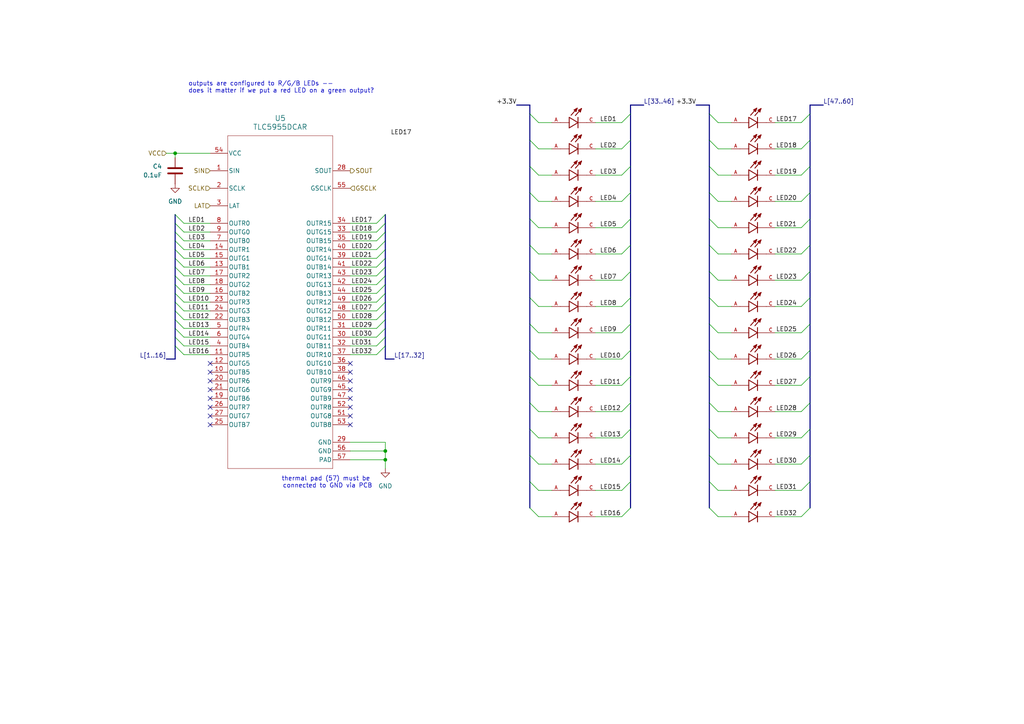
<source format=kicad_sch>
(kicad_sch (version 20231120) (generator "eeschema") (generator_version "8.0")
  (paper "A4")
  (lib_symbols
    (symbol "Device:C" (pin_numbers hide) (pin_names (offset 0.254))
      (property "Reference" "C" (at 0.635 2.54 0))
      (property "Value" "C" (at 0.635 -2.54 0))
      (symbol "C_0_1"
        (polyline (pts (xy -2.032 -0.762) (xy 2.032 -0.762)) (stroke (width 0.508)))
        (polyline (pts (xy -2.032 0.762) (xy 2.032 0.762)) (stroke (width 0.508)))
      )
      (symbol "C_1_1"
        (pin passive line (at 0 3.81 270) (length 2.794) (name "~") (number "1"))
        (pin passive line (at 0 -3.81 90) (length 2.794) (name "~") (number "2"))
      )
    )
    (symbol "LED 0603:LTST-C191KFKT" (pin_names (offset 1.016))
      (property "Reference" "D" (at -3.556 4.4958 0))
      (property "Value" "LTST-C191KFKT" (at -3.556 -3.302 0))
      (symbol "LTST-C191KFKT_0_0"
        (polyline (pts (xy -2.54 -1.524) (xy 0 0)) (stroke (width 0.254)))
        (polyline (pts (xy -2.54 0) (xy -5.08 0)) (stroke (width 0.1524)))
        (polyline (pts (xy -2.54 0) (xy -2.54 -1.524)) (stroke (width 0.254)))
        (polyline (pts (xy -2.54 1.524) (xy -2.54 0)) (stroke (width 0.254)))
        (polyline (pts (xy -1.1176 3.683) (xy -0.2286 4.1656)) (stroke (width 0.254)))
        (polyline (pts (xy -0.9398 3.6068) (xy -0.7112 3.7592)) (stroke (width 0.254)))
        (polyline (pts (xy -0.5588 3.2004) (xy -1.1176 3.683)) (stroke (width 0.254)))
        (polyline (pts (xy -0.5588 3.2004) (xy -0.5334 3.937)) (stroke (width 0.254)))
        (polyline (pts (xy -0.5334 3.937) (xy -0.6604 3.937)) (stroke (width 0.254)))
        (polyline (pts (xy -0.2286 4.1656) (xy -2.0066 2.1336)) (stroke (width 0.254)))
        (polyline (pts (xy -0.2286 4.1656) (xy -0.5588 3.2004)) (stroke (width 0.254)))
        (polyline (pts (xy 0 0) (xy -2.54 1.524)) (stroke (width 0.254)))
        (polyline (pts (xy 0 0) (xy 0 -1.524)) (stroke (width 0.254)))
        (polyline (pts (xy 0 1.524) (xy 0 0)) (stroke (width 0.254)))
        (polyline (pts (xy 0.127 3.5814) (xy 1.016 4.064)) (stroke (width 0.254)))
        (polyline (pts (xy 0.3048 3.5052) (xy 0.5334 3.6576)) (stroke (width 0.254)))
        (polyline (pts (xy 0.6858 3.0988) (xy 0.127 3.5814)) (stroke (width 0.254)))
        (polyline (pts (xy 0.6858 3.0988) (xy 0.7112 3.8354)) (stroke (width 0.254)))
        (polyline (pts (xy 0.7112 3.8354) (xy 0.5842 3.8354)) (stroke (width 0.254)))
        (polyline (pts (xy 1.016 4.064) (xy -0.762 2.032)) (stroke (width 0.254)))
        (polyline (pts (xy 1.016 4.064) (xy 0.6858 3.0988)) (stroke (width 0.254)))
        (polyline (pts (xy 2.54 0) (xy 0 0)) (stroke (width 0.1524)))
        (pin passive line (at -7.62 0 0) (length 2.54) (name "~") (number "A"))
        (pin passive line (at 5.08 0 180) (length 2.54) (name "~") (number "C"))
      )
    )
    (symbol "TLC5955:TLC5955DCAR" (pin_names (offset 0.254))
      (property "Reference" "U" (at 0 2.54 0))
      (property "Value" "TLC5955DCAR" (at 0 0 0))
      (symbol "TLC5955DCAR_0_1"
        (polyline (pts (xy -15.24 -48.26) (xy 15.24 -48.26)) (stroke (width 0.1016)))
        (polyline (pts (xy -15.24 48.26) (xy -15.24 -48.26)) (stroke (width 0.1016)))
        (polyline (pts (xy 15.24 -48.26) (xy 15.24 48.26)) (stroke (width 0.1016)))
        (polyline (pts (xy 15.24 48.26) (xy -15.24 48.26)) (stroke (width 0.1016)))
        (pin input line (at -20.32 38.1 0) (length 5.08) (name "SIN") (number "1"))
        (pin output line (at -20.32 -20.32 0) (length 5.08) (name "OUTB5") (number "10"))
        (pin output line (at -20.32 -15.24 0) (length 5.08) (name "OUTR5") (number "11"))
        (pin output line (at -20.32 -17.78 0) (length 5.08) (name "OUTG5") (number "12"))
        (pin output line (at -20.32 10.16 0) (length 5.08) (name "OUTB1") (number "13"))
        (pin output line (at -20.32 15.24 0) (length 5.08) (name "OUTR1") (number "14"))
        (pin output line (at -20.32 12.7 0) (length 5.08) (name "OUTG1") (number "15"))
        (pin output line (at -20.32 2.54 0) (length 5.08) (name "OUTB2") (number "16"))
        (pin output line (at -20.32 7.62 0) (length 5.08) (name "OUTR2") (number "17"))
        (pin output line (at -20.32 5.08 0) (length 5.08) (name "OUTG2") (number "18"))
        (pin output line (at -20.32 -27.94 0) (length 5.08) (name "OUTB6") (number "19"))
        (pin input line (at -20.32 33.02 0) (length 5.08) (name "SCLK") (number "2"))
        (pin output line (at -20.32 -22.86 0) (length 5.08) (name "OUTR6") (number "20"))
        (pin output line (at -20.32 -25.4 0) (length 5.08) (name "OUTG6") (number "21"))
        (pin output line (at -20.32 -5.08 0) (length 5.08) (name "OUTB3") (number "22"))
        (pin output line (at -20.32 0 0) (length 5.08) (name "OUTR3") (number "23"))
        (pin output line (at -20.32 -2.54 0) (length 5.08) (name "OUTG3") (number "24"))
        (pin output line (at -20.32 -35.56 0) (length 5.08) (name "OUTB7") (number "25"))
        (pin output line (at -20.32 -30.48 0) (length 5.08) (name "OUTR7") (number "26"))
        (pin output line (at -20.32 -33.02 0) (length 5.08) (name "OUTG7") (number "27"))
        (pin output line (at 20.32 38.1 180) (length 5.08) (name "SOUT") (number "28"))
        (pin power_in line (at 20.32 -40.64 180) (length 5.08) (name "GND") (number "29"))
        (pin input line (at -20.32 27.94 0) (length 5.08) (name "LAT") (number "3"))
        (pin output line (at 20.32 -10.16 180) (length 5.08) (name "OUTG11") (number "30"))
        (pin output line (at 20.32 -7.62 180) (length 5.08) (name "OUTR11") (number "31"))
        (pin output line (at 20.32 -12.7 180) (length 5.08) (name "OUTB11") (number "32"))
        (pin output line (at 20.32 20.32 180) (length 5.08) (name "OUTG15") (number "33"))
        (pin output line (at 20.32 22.86 180) (length 5.08) (name "OUTR15") (number "34"))
        (pin output line (at 20.32 17.78 180) (length 5.08) (name "OUTB15") (number "35"))
        (pin output line (at 20.32 -17.78 180) (length 5.08) (name "OUTG10") (number "36"))
        (pin output line (at 20.32 -15.24 180) (length 5.08) (name "OUTR10") (number "37"))
        (pin output line (at 20.32 -20.32 180) (length 5.08) (name "OUTB10") (number "38"))
        (pin output line (at 20.32 12.7 180) (length 5.08) (name "OUTG14") (number "39"))
        (pin output line (at -20.32 -12.7 0) (length 5.08) (name "OUTB4") (number "4"))
        (pin output line (at 20.32 15.24 180) (length 5.08) (name "OUTR14") (number "40"))
        (pin output line (at 20.32 10.16 180) (length 5.08) (name "OUTB14") (number "41"))
        (pin output line (at 20.32 5.08 180) (length 5.08) (name "OUTG13") (number "42"))
        (pin output line (at 20.32 7.62 180) (length 5.08) (name "OUTR13") (number "43"))
        (pin output line (at 20.32 2.54 180) (length 5.08) (name "OUTB13") (number "44"))
        (pin output line (at 20.32 -25.4 180) (length 5.08) (name "OUTG9") (number "45"))
        (pin output line (at 20.32 -22.86 180) (length 5.08) (name "OUTR9") (number "46"))
        (pin output line (at 20.32 -27.94 180) (length 5.08) (name "OUTB9") (number "47"))
        (pin output line (at 20.32 -2.54 180) (length 5.08) (name "OUTG12") (number "48"))
        (pin output line (at 20.32 0 180) (length 5.08) (name "OUTR12") (number "49"))
        (pin output line (at -20.32 -7.62 0) (length 5.08) (name "OUTR4") (number "5"))
        (pin output line (at 20.32 -5.08 180) (length 5.08) (name "OUTB12") (number "50"))
        (pin output line (at 20.32 -33.02 180) (length 5.08) (name "OUTG8") (number "51"))
        (pin output line (at 20.32 -30.48 180) (length 5.08) (name "OUTR8") (number "52"))
        (pin output line (at 20.32 -35.56 180) (length 5.08) (name "OUTB8") (number "53"))
        (pin power_in line (at -20.32 43.18 0) (length 5.08) (name "VCC") (number "54"))
        (pin input line (at 20.32 33.02 180) (length 5.08) (name "GSCLK") (number "55"))
        (pin power_in line (at 20.32 -43.18 180) (length 5.08) (name "GND") (number "56"))
        (pin power_in line (at 20.32 -45.72 180) (length 5.08) (name "PAD") (number "57"))
        (pin output line (at -20.32 -10.16 0) (length 5.08) (name "OUTG4") (number "6"))
        (pin output line (at -20.32 17.78 0) (length 5.08) (name "OUTB0") (number "7"))
        (pin output line (at -20.32 22.86 0) (length 5.08) (name "OUTR0") (number "8"))
        (pin output line (at -20.32 20.32 0) (length 5.08) (name "OUTG0") (number "9"))
      )
    )
    (symbol "power:GND" (power) (pin_numbers hide) (pin_names (offset 0) hide)
      (property "Value" "GND" (at 0 -3.81 0))
      (symbol "GND_0_1"
        (polyline (pts (xy 0 0) (xy 0 -1.27) (xy 1.27 -1.27) (xy 0 -2.54) (xy -1.27 -1.27) (xy 0 -1.27)))
      )
      (symbol "GND_1_1"
        (pin power_in line (at 0 0 270) (length 0) (name "~") (number "1"))
      )
    )
  )
  (junction (at 111.76 133.35))
  (junction (at 111.76 130.81))
  (junction (at 50.8 44.45))
  (no_connect (at 60.96 123.19))
  (no_connect (at 101.6 110.49))
  (no_connect (at 101.6 107.95))
  (no_connect (at 101.6 123.19))
  (no_connect (at 101.6 120.65))
  (no_connect (at 60.96 118.11))
  (no_connect (at 60.96 113.03))
  (no_connect (at 101.6 118.11))
  (no_connect (at 60.96 110.49))
  (no_connect (at 60.96 107.95))
  (no_connect (at 60.96 115.57))
  (no_connect (at 101.6 113.03))
  (no_connect (at 60.96 120.65))
  (no_connect (at 101.6 115.57))
  (no_connect (at 60.96 105.41))
  (no_connect (at 101.6 105.41))
  (bus_entry (at 153.67 78.74) (size 2.54 2.54))
  (bus_entry (at 234.95 78.74) (size -2.54 2.54))
  (bus_entry (at 111.76 74.93) (size -2.54 2.54))
  (bus_entry (at 182.88 132.08) (size -2.54 2.54))
  (bus_entry (at 50.8 85.09) (size 2.54 2.54))
  (bus_entry (at 205.74 147.32) (size 2.54 2.54))
  (bus_entry (at 50.8 62.23) (size 2.54 2.54))
  (bus_entry (at 182.88 63.5) (size -2.54 2.54))
  (bus_entry (at 153.67 132.08) (size 2.54 2.54))
  (bus_entry (at 50.8 87.63) (size 2.54 2.54))
  (bus_entry (at 205.74 109.22) (size 2.54 2.54))
  (bus_entry (at 153.67 93.98) (size 2.54 2.54))
  (bus_entry (at 111.76 87.63) (size -2.54 2.54))
  (bus_entry (at 153.67 33.02) (size 2.54 2.54))
  (bus_entry (at 205.74 55.88) (size 2.54 2.54))
  (bus_entry (at 234.95 71.12) (size -2.54 2.54))
  (bus_entry (at 153.67 101.6) (size 2.54 2.54))
  (bus_entry (at 50.8 77.47) (size 2.54 2.54))
  (bus_entry (at 50.8 72.39) (size 2.54 2.54))
  (bus_entry (at 234.95 132.08) (size -2.54 2.54))
  (bus_entry (at 182.88 139.7) (size -2.54 2.54))
  (bus_entry (at 111.76 85.09) (size -2.54 2.54))
  (bus_entry (at 205.74 132.08) (size 2.54 2.54))
  (bus_entry (at 111.76 67.31) (size -2.54 2.54))
  (bus_entry (at 205.74 63.5) (size 2.54 2.54))
  (bus_entry (at 50.8 82.55) (size 2.54 2.54))
  (bus_entry (at 182.88 48.26) (size -2.54 2.54))
  (bus_entry (at 234.95 109.22) (size -2.54 2.54))
  (bus_entry (at 205.74 48.26) (size 2.54 2.54))
  (bus_entry (at 234.95 48.26) (size -2.54 2.54))
  (bus_entry (at 153.67 40.64) (size 2.54 2.54))
  (bus_entry (at 234.95 33.02) (size -2.54 2.54))
  (bus_entry (at 153.67 63.5) (size 2.54 2.54))
  (bus_entry (at 182.88 109.22) (size -2.54 2.54))
  (bus_entry (at 153.67 109.22) (size 2.54 2.54))
  (bus_entry (at 205.74 71.12) (size 2.54 2.54))
  (bus_entry (at 205.74 78.74) (size 2.54 2.54))
  (bus_entry (at 50.8 80.01) (size 2.54 2.54))
  (bus_entry (at 50.8 100.33) (size 2.54 2.54))
  (bus_entry (at 153.67 55.88) (size 2.54 2.54))
  (bus_entry (at 182.88 71.12) (size -2.54 2.54))
  (bus_entry (at 234.95 101.6) (size -2.54 2.54))
  (bus_entry (at 205.74 139.7) (size 2.54 2.54))
  (bus_entry (at 205.74 124.46) (size 2.54 2.54))
  (bus_entry (at 50.8 67.31) (size 2.54 2.54))
  (bus_entry (at 234.95 55.88) (size -2.54 2.54))
  (bus_entry (at 50.8 97.79) (size 2.54 2.54))
  (bus_entry (at 182.88 116.84) (size -2.54 2.54))
  (bus_entry (at 234.95 40.64) (size -2.54 2.54))
  (bus_entry (at 50.8 90.17) (size 2.54 2.54))
  (bus_entry (at 234.95 86.36) (size -2.54 2.54))
  (bus_entry (at 111.76 62.23) (size -2.54 2.54))
  (bus_entry (at 205.74 101.6) (size 2.54 2.54))
  (bus_entry (at 153.67 147.32) (size 2.54 2.54))
  (bus_entry (at 234.95 147.32) (size -2.54 2.54))
  (bus_entry (at 234.95 139.7) (size -2.54 2.54))
  (bus_entry (at 111.76 69.85) (size -2.54 2.54))
  (bus_entry (at 205.74 33.02) (size 2.54 2.54))
  (bus_entry (at 234.95 116.84) (size -2.54 2.54))
  (bus_entry (at 50.8 92.71) (size 2.54 2.54))
  (bus_entry (at 182.88 40.64) (size -2.54 2.54))
  (bus_entry (at 182.88 33.02) (size -2.54 2.54))
  (bus_entry (at 153.67 139.7) (size 2.54 2.54))
  (bus_entry (at 205.74 116.84) (size 2.54 2.54))
  (bus_entry (at 111.76 72.39) (size -2.54 2.54))
  (bus_entry (at 111.76 80.01) (size -2.54 2.54))
  (bus_entry (at 153.67 71.12) (size 2.54 2.54))
  (bus_entry (at 205.74 93.98) (size 2.54 2.54))
  (bus_entry (at 153.67 86.36) (size 2.54 2.54))
  (bus_entry (at 111.76 82.55) (size -2.54 2.54))
  (bus_entry (at 50.8 74.93) (size 2.54 2.54))
  (bus_entry (at 153.67 124.46) (size 2.54 2.54))
  (bus_entry (at 111.76 90.17) (size -2.54 2.54))
  (bus_entry (at 50.8 95.25) (size 2.54 2.54))
  (bus_entry (at 182.88 78.74) (size -2.54 2.54))
  (bus_entry (at 234.95 93.98) (size -2.54 2.54))
  (bus_entry (at 111.76 64.77) (size -2.54 2.54))
  (bus_entry (at 182.88 124.46) (size -2.54 2.54))
  (bus_entry (at 153.67 48.26) (size 2.54 2.54))
  (bus_entry (at 50.8 69.85) (size 2.54 2.54))
  (bus_entry (at 111.76 92.71) (size -2.54 2.54))
  (bus_entry (at 111.76 77.47) (size -2.54 2.54))
  (bus_entry (at 205.74 40.64) (size 2.54 2.54))
  (bus_entry (at 153.67 116.84) (size 2.54 2.54))
  (bus_entry (at 182.88 86.36) (size -2.54 2.54))
  (bus_entry (at 205.74 86.36) (size 2.54 2.54))
  (bus_entry (at 234.95 124.46) (size -2.54 2.54))
  (bus_entry (at 50.8 64.77) (size 2.54 2.54))
  (bus_entry (at 182.88 93.98) (size -2.54 2.54))
  (bus_entry (at 182.88 55.88) (size -2.54 2.54))
  (bus_entry (at 111.76 95.25) (size -2.54 2.54))
  (bus_entry (at 111.76 100.33) (size -2.54 2.54))
  (bus_entry (at 182.88 101.6) (size -2.54 2.54))
  (bus_entry (at 111.76 97.79) (size -2.54 2.54))
  (bus_entry (at 182.88 147.32) (size -2.54 2.54))
  (bus_entry (at 234.95 63.5) (size -2.54 2.54))
  (bus (pts (xy 153.67 33.02) (xy 153.67 30.48)))
  (bus (pts (xy 234.95 132.08) (xy 234.95 139.7)))
  (bus (pts (xy 205.74 55.88) (xy 205.74 48.26)))
  (bus (pts (xy 182.88 63.5) (xy 182.88 71.12)))
  (wire (pts (xy 53.34 64.77) (xy 60.96 64.77)))
  (bus (pts (xy 50.8 80.01) (xy 50.8 82.55)))
  (wire (pts (xy 208.28 81.28) (xy 212.09 81.28)))
  (bus (pts (xy 149.86 30.48) (xy 153.67 30.48)))
  (wire (pts (xy 172.72 111.76) (xy 180.34 111.76)))
  (bus (pts (xy 182.88 40.64) (xy 182.88 48.26)))
  (bus (pts (xy 153.67 101.6) (xy 153.67 93.98)))
  (wire (pts (xy 172.72 134.62) (xy 180.34 134.62)))
  (wire (pts (xy 208.28 134.62) (xy 212.09 134.62)))
  (wire (pts (xy 156.21 119.38) (xy 160.02 119.38)))
  (wire (pts (xy 208.28 127) (xy 212.09 127)))
  (bus (pts (xy 111.76 82.55) (xy 111.76 85.09)))
  (wire (pts (xy 224.79 88.9) (xy 232.41 88.9)))
  (wire (pts (xy 50.8 44.45) (xy 60.96 44.45)))
  (bus (pts (xy 111.76 90.17) (xy 111.76 92.71)))
  (wire (pts (xy 224.79 119.38) (xy 232.41 119.38)))
  (wire (pts (xy 101.6 82.55) (xy 109.22 82.55)))
  (wire (pts (xy 224.79 104.14) (xy 232.41 104.14)))
  (bus (pts (xy 153.67 132.08) (xy 153.67 124.46)))
  (wire (pts (xy 156.21 58.42) (xy 160.02 58.42)))
  (bus (pts (xy 153.67 139.7) (xy 153.67 132.08)))
  (bus (pts (xy 182.88 109.22) (xy 182.88 116.84)))
  (wire (pts (xy 156.21 35.56) (xy 160.02 35.56)))
  (bus (pts (xy 234.95 93.98) (xy 234.95 101.6)))
  (bus (pts (xy 182.88 30.48) (xy 182.88 33.02)))
  (wire (pts (xy 208.28 149.86) (xy 212.09 149.86)))
  (wire (pts (xy 172.72 50.8) (xy 180.34 50.8)))
  (bus (pts (xy 111.76 100.33) (xy 111.76 104.14)))
  (wire (pts (xy 101.6 100.33) (xy 109.22 100.33)))
  (wire (pts (xy 53.34 77.47) (xy 60.96 77.47)))
  (wire (pts (xy 101.6 102.87) (xy 109.22 102.87)))
  (bus (pts (xy 205.74 48.26) (xy 205.74 40.64)))
  (bus (pts (xy 234.95 101.6) (xy 234.95 109.22)))
  (wire (pts (xy 53.34 92.71) (xy 60.96 92.71)))
  (wire (pts (xy 53.34 102.87) (xy 60.96 102.87)))
  (bus (pts (xy 153.67 109.22) (xy 153.67 101.6)))
  (wire (pts (xy 172.72 58.42) (xy 180.34 58.42)))
  (wire (pts (xy 101.6 90.17) (xy 109.22 90.17)))
  (bus (pts (xy 201.93 30.48) (xy 205.74 30.48)))
  (bus (pts (xy 50.8 87.63) (xy 50.8 90.17)))
  (bus (pts (xy 182.88 86.36) (xy 182.88 93.98)))
  (wire (pts (xy 101.6 92.71) (xy 109.22 92.71)))
  (wire (pts (xy 101.6 133.35) (xy 111.76 133.35)))
  (bus (pts (xy 111.76 62.23) (xy 111.76 64.77)))
  (wire (pts (xy 208.28 35.56) (xy 212.09 35.56)))
  (wire (pts (xy 224.79 127) (xy 232.41 127)))
  (wire (pts (xy 101.6 67.31) (xy 109.22 67.31)))
  (bus (pts (xy 50.8 92.71) (xy 50.8 95.25)))
  (bus (pts (xy 111.76 64.77) (xy 111.76 67.31)))
  (wire (pts (xy 101.6 85.09) (xy 109.22 85.09)))
  (wire (pts (xy 53.34 100.33) (xy 60.96 100.33)))
  (wire (pts (xy 53.34 69.85) (xy 60.96 69.85)))
  (wire (pts (xy 224.79 96.52) (xy 232.41 96.52)))
  (wire (pts (xy 224.79 142.24) (xy 232.41 142.24)))
  (wire (pts (xy 208.28 58.42) (xy 212.09 58.42)))
  (bus (pts (xy 50.8 72.39) (xy 50.8 74.93)))
  (wire (pts (xy 53.34 82.55) (xy 60.96 82.55)))
  (wire (pts (xy 53.34 80.01) (xy 60.96 80.01)))
  (bus (pts (xy 205.74 86.36) (xy 205.74 78.74)))
  (bus (pts (xy 111.76 92.71) (xy 111.76 95.25)))
  (wire (pts (xy 156.21 111.76) (xy 160.02 111.76)))
  (bus (pts (xy 234.95 40.64) (xy 234.95 48.26)))
  (bus (pts (xy 234.95 116.84) (xy 234.95 124.46)))
  (wire (pts (xy 101.6 97.79) (xy 109.22 97.79)))
  (wire (pts (xy 156.21 96.52) (xy 160.02 96.52)))
  (bus (pts (xy 50.8 69.85) (xy 50.8 72.39)))
  (bus (pts (xy 205.74 78.74) (xy 205.74 71.12)))
  (bus (pts (xy 111.76 95.25) (xy 111.76 97.79)))
  (bus (pts (xy 111.76 97.79) (xy 111.76 100.33)))
  (wire (pts (xy 53.34 72.39) (xy 60.96 72.39)))
  (wire (pts (xy 172.72 88.9) (xy 180.34 88.9)))
  (wire (pts (xy 208.28 142.24) (xy 212.09 142.24)))
  (bus (pts (xy 182.88 30.48) (xy 186.69 30.48)))
  (wire (pts (xy 156.21 66.04) (xy 160.02 66.04)))
  (bus (pts (xy 50.8 100.33) (xy 50.8 104.14)))
  (bus (pts (xy 50.8 74.93) (xy 50.8 77.47)))
  (bus (pts (xy 50.8 62.23) (xy 50.8 64.77)))
  (wire (pts (xy 101.6 128.27) (xy 111.76 128.27)))
  (bus (pts (xy 205.74 40.64) (xy 205.74 33.02)))
  (wire (pts (xy 156.21 81.28) (xy 160.02 81.28)))
  (wire (pts (xy 53.34 85.09) (xy 60.96 85.09)))
  (bus (pts (xy 114.3 104.14) (xy 111.76 104.14)))
  (bus (pts (xy 234.95 124.46) (xy 234.95 132.08)))
  (bus (pts (xy 205.74 147.32) (xy 205.74 139.7)))
  (wire (pts (xy 156.21 134.62) (xy 160.02 134.62)))
  (bus (pts (xy 111.76 74.93) (xy 111.76 77.47)))
  (wire (pts (xy 172.72 142.24) (xy 180.34 142.24)))
  (bus (pts (xy 111.76 77.47) (xy 111.76 80.01)))
  (wire (pts (xy 208.28 104.14) (xy 212.09 104.14)))
  (wire (pts (xy 224.79 134.62) (xy 232.41 134.62)))
  (bus (pts (xy 153.67 86.36) (xy 153.67 78.74)))
  (wire (pts (xy 172.72 66.04) (xy 180.34 66.04)))
  (bus (pts (xy 50.8 64.77) (xy 50.8 67.31)))
  (wire (pts (xy 232.41 35.56) (xy 224.79 35.56)))
  (bus (pts (xy 153.67 48.26) (xy 153.67 40.64)))
  (bus (pts (xy 205.74 71.12) (xy 205.74 63.5)))
  (bus (pts (xy 111.76 69.85) (xy 111.76 72.39)))
  (wire (pts (xy 111.76 128.27) (xy 111.76 130.81)))
  (wire (pts (xy 208.28 88.9) (xy 212.09 88.9)))
  (wire (pts (xy 156.21 149.86) (xy 160.02 149.86)))
  (bus (pts (xy 153.67 124.46) (xy 153.67 116.84)))
  (wire (pts (xy 53.34 67.31) (xy 60.96 67.31)))
  (wire (pts (xy 111.76 130.81) (xy 111.76 133.35)))
  (bus (pts (xy 111.76 87.63) (xy 111.76 90.17)))
  (wire (pts (xy 172.72 127) (xy 180.34 127)))
  (wire (pts (xy 156.21 88.9) (xy 160.02 88.9)))
  (wire (pts (xy 101.6 95.25) (xy 109.22 95.25)))
  (bus (pts (xy 111.76 72.39) (xy 111.76 74.93)))
  (bus (pts (xy 182.88 116.84) (xy 182.88 124.46)))
  (bus (pts (xy 234.95 63.5) (xy 234.95 71.12)))
  (bus (pts (xy 205.74 124.46) (xy 205.74 116.84)))
  (wire (pts (xy 224.79 43.18) (xy 232.41 43.18)))
  (wire (pts (xy 172.72 35.56) (xy 180.34 35.56)))
  (wire (pts (xy 208.28 96.52) (xy 212.09 96.52)))
  (bus (pts (xy 182.88 33.02) (xy 182.88 40.64)))
  (wire (pts (xy 156.21 50.8) (xy 160.02 50.8)))
  (bus (pts (xy 111.76 67.31) (xy 111.76 69.85)))
  (bus (pts (xy 234.95 139.7) (xy 234.95 147.32)))
  (bus (pts (xy 182.88 139.7) (xy 182.88 147.32)))
  (wire (pts (xy 101.6 74.93) (xy 109.22 74.93)))
  (wire (pts (xy 111.76 133.35) (xy 111.76 135.89)))
  (wire (pts (xy 172.72 96.52) (xy 180.34 96.52)))
  (wire (pts (xy 53.34 97.79) (xy 60.96 97.79)))
  (bus (pts (xy 153.67 55.88) (xy 153.67 48.26)))
  (wire (pts (xy 101.6 77.47) (xy 109.22 77.47)))
  (wire (pts (xy 172.72 81.28) (xy 180.34 81.28)))
  (bus (pts (xy 234.95 30.48) (xy 234.95 33.02)))
  (wire (pts (xy 156.21 127) (xy 160.02 127)))
  (bus (pts (xy 50.8 95.25) (xy 50.8 97.79)))
  (bus (pts (xy 234.95 71.12) (xy 234.95 78.74)))
  (bus (pts (xy 153.67 78.74) (xy 153.67 71.12)))
  (wire (pts (xy 172.72 119.38) (xy 180.34 119.38)))
  (bus (pts (xy 182.88 93.98) (xy 182.88 101.6)))
  (bus (pts (xy 205.74 93.98) (xy 205.74 86.36)))
  (bus (pts (xy 182.88 132.08) (xy 182.88 139.7)))
  (bus (pts (xy 205.74 63.5) (xy 205.74 55.88)))
  (bus (pts (xy 234.95 48.26) (xy 234.95 55.88)))
  (wire (pts (xy 208.28 66.04) (xy 212.09 66.04)))
  (bus (pts (xy 50.8 97.79) (xy 50.8 100.33)))
  (bus (pts (xy 205.74 101.6) (xy 205.74 93.98)))
  (wire (pts (xy 101.6 130.81) (xy 111.76 130.81)))
  (wire (pts (xy 156.21 142.24) (xy 160.02 142.24)))
  (bus (pts (xy 153.67 71.12) (xy 153.67 63.5)))
  (wire (pts (xy 224.79 73.66) (xy 232.41 73.66)))
  (bus (pts (xy 205.74 116.84) (xy 205.74 109.22)))
  (wire (pts (xy 101.6 72.39) (xy 109.22 72.39)))
  (bus (pts (xy 182.88 101.6) (xy 182.88 109.22)))
  (bus (pts (xy 153.67 40.64) (xy 153.67 33.02)))
  (bus (pts (xy 153.67 93.98) (xy 153.67 86.36)))
  (bus (pts (xy 234.95 55.88) (xy 234.95 63.5)))
  (wire (pts (xy 224.79 50.8) (xy 232.41 50.8)))
  (bus (pts (xy 182.88 55.88) (xy 182.88 63.5)))
  (bus (pts (xy 111.76 85.09) (xy 111.76 87.63)))
  (wire (pts (xy 224.79 111.76) (xy 232.41 111.76)))
  (bus (pts (xy 182.88 48.26) (xy 182.88 55.88)))
  (bus (pts (xy 50.8 82.55) (xy 50.8 85.09)))
  (bus (pts (xy 153.67 63.5) (xy 153.67 55.88)))
  (bus (pts (xy 153.67 147.32) (xy 153.67 139.7)))
  (bus (pts (xy 111.76 80.01) (xy 111.76 82.55)))
  (bus (pts (xy 50.8 77.47) (xy 50.8 80.01)))
  (wire (pts (xy 53.34 87.63) (xy 60.96 87.63)))
  (wire (pts (xy 156.21 43.18) (xy 160.02 43.18)))
  (bus (pts (xy 182.88 71.12) (xy 182.88 78.74)))
  (bus (pts (xy 48.26 104.14) (xy 50.8 104.14)))
  (bus (pts (xy 153.67 116.84) (xy 153.67 109.22)))
  (wire (pts (xy 172.72 104.14) (xy 180.34 104.14)))
  (bus (pts (xy 205.74 139.7) (xy 205.74 132.08)))
  (wire (pts (xy 101.6 87.63) (xy 109.22 87.63)))
  (wire (pts (xy 53.34 95.25) (xy 60.96 95.25)))
  (wire (pts (xy 208.28 119.38) (xy 212.09 119.38)))
  (wire (pts (xy 224.79 149.86) (xy 232.41 149.86)))
  (bus (pts (xy 234.95 78.74) (xy 234.95 86.36)))
  (wire (pts (xy 208.28 111.76) (xy 212.09 111.76)))
  (wire (pts (xy 224.79 81.28) (xy 232.41 81.28)))
  (bus (pts (xy 234.95 33.02) (xy 234.95 40.64)))
  (bus (pts (xy 205.74 33.02) (xy 205.74 30.48)))
  (bus (pts (xy 205.74 109.22) (xy 205.74 101.6)))
  (bus (pts (xy 182.88 124.46) (xy 182.88 132.08)))
  (bus (pts (xy 234.95 86.36) (xy 234.95 93.98)))
  (bus (pts (xy 50.8 90.17) (xy 50.8 92.71)))
  (wire (pts (xy 172.72 43.18) (xy 180.34 43.18)))
  (wire (pts (xy 109.22 64.77) (xy 101.6 64.77)))
  (wire (pts (xy 53.34 90.17) (xy 60.96 90.17)))
  (wire (pts (xy 172.72 73.66) (xy 180.34 73.66)))
  (bus (pts (xy 50.8 85.09) (xy 50.8 87.63)))
  (wire (pts (xy 101.6 80.01) (xy 109.22 80.01)))
  (wire (pts (xy 224.79 58.42) (xy 232.41 58.42)))
  (wire (pts (xy 224.79 66.04) (xy 232.41 66.04)))
  (wire (pts (xy 156.21 104.14) (xy 160.02 104.14)))
  (bus (pts (xy 234.95 109.22) (xy 234.95 116.84)))
  (wire (pts (xy 50.8 44.45) (xy 50.8 45.72)))
  (bus (pts (xy 50.8 67.31) (xy 50.8 69.85)))
  (wire (pts (xy 101.6 69.85) (xy 109.22 69.85)))
  (bus (pts (xy 205.74 132.08) (xy 205.74 124.46)))
  (wire (pts (xy 208.28 50.8) (xy 212.09 50.8)))
  (wire (pts (xy 48.26 44.45) (xy 50.8 44.45)))
  (wire (pts (xy 53.34 74.93) (xy 60.96 74.93)))
  (bus (pts (xy 182.88 78.74) (xy 182.88 86.36)))
  (wire (pts (xy 156.21 73.66) (xy 160.02 73.66)))
  (bus (pts (xy 234.95 30.48) (xy 238.76 30.48)))
  (wire (pts (xy 172.72 149.86) (xy 180.34 149.86)))
  (wire (pts (xy 208.28 43.18) (xy 212.09 43.18)))
  (wire (pts (xy 208.28 73.66) (xy 212.09 73.66)))
  (text "thermal pad (57) must be \nconnected to GND via PCB" (at 94.996 139.954 0) (effects (font (size 1.27 1.27))))
  (text "outputs are configured to R/G/B LEDs -- \ndoes it matter if we put a red LED on a green output?" (at 54.61 25.4 0) (effects (font (size 1.27 1.27)) (justify left)))
  (label "LED5" (at 54.61 74.93 0))
  (label "LED115" (at 248.92 220.98 180))
  (label "LED28" (at 107.95 92.71 180))
  (label "LED21" (at 231.14 66.04 180))
  (label "LED132" (at 248.92 264.16 180))
  (label "LED116" (at 248.92 223.52 180))
  (label "LED114" (at 248.92 218.44 180))
  (label "LED20" (at 107.95 72.39 180))
  (label "LED124" (at 248.92 243.84 180))
  (label "LED15" (at 173.99 142.24 0))
  (label "LED13" (at 173.99 127 0))
  (label "LED15" (at 54.61 100.33 0))
  (label "LED123" (at 248.92 241.3 180))
  (label "LED25" (at 231.14 96.52 180))
  (label "LED19" (at 107.95 69.85 180))
  (label "LED8" (at 173.99 88.9 0))
  (label "LED6" (at 173.99 73.66 0))
  (label "LED125" (at 248.92 246.38 180))
  (label "+3.3V" (at 201.93 30.48 180))
  (label "LED13" (at 54.61 95.25 0))
  (label "LED20" (at 231.14 58.42 180))
  (label "L[47..60]" (at 238.76 30.48 0))
  (label "LED10" (at 173.99 104.14 0))
  (label "LED14" (at 173.99 134.62 0))
  (label "LED17" (at 107.95 64.77 180))
  (label "LED4" (at 54.61 72.39 0))
  (label "LED28" (at 231.14 119.38 180))
  (label "LED16" (at 173.99 149.86 0))
  (label "LED32" (at 107.95 102.87 180))
  (label "LED126" (at 248.92 248.92 180))
  (label "LED8" (at 54.61 82.55 0))
  (label "LED17" (at 119.38 39.37 180))
  (label "LED7" (at 173.99 81.28 0))
  (label "LED11" (at 54.61 90.17 0))
  (label "LED16" (at 54.61 102.87 0))
  (label "LED3" (at 173.99 50.8 0))
  (label "LED22" (at 231.14 73.66 180))
  (label "LED2" (at 54.61 67.31 0))
  (label "L[17..32]" (at 114.3 104.14 0))
  (label "LED1" (at 54.61 64.77 0))
  (label "LED129" (at 248.92 256.54 180))
  (label "LED128" (at 248.92 254 180))
  (label "LED14" (at 54.61 97.79 0))
  (label "LED7" (at 54.61 80.01 0))
  (label "LED30" (at 231.14 134.62 180))
  (label "LED17" (at 231.14 35.56 180))
  (label "LED2" (at 173.99 43.18 0))
  (label "LED117" (at 248.92 226.06 180))
  (label "LED24" (at 107.95 82.55 180))
  (label "LED24" (at 231.14 88.9 180))
  (label "LED31" (at 231.14 142.24 180))
  (label "LED113" (at 248.92 215.9 180))
  (label "LED5" (at 173.99 66.04 0))
  (label "LED31" (at 107.95 100.33 180))
  (label "LED23" (at 231.14 81.28 180))
  (label "LED21" (at 107.95 74.93 180))
  (label "LED27" (at 231.14 111.76 180))
  (label "LED130" (at 248.92 259.08 180))
  (label "LED25" (at 107.95 85.09 180))
  (label "L[33..46]" (at 186.69 30.48 0))
  (label "LED29" (at 107.95 95.25 180))
  (label "LED19" (at 231.14 50.8 180))
  (label "LED22" (at 107.95 77.47 180))
  (label "LED12" (at 54.61 92.71 0))
  (label "+3.3V" (at 149.86 30.48 180))
  (label "LED127" (at 248.92 251.46 180))
  (label "LED1" (at 173.99 35.56 0))
  (label "LED131" (at 248.92 261.62 180))
  (label "LED23" (at 107.95 80.01 180))
  (label "LED6" (at 54.61 77.47 0))
  (label "LED9" (at 54.61 85.09 0))
  (label "LED18" (at 231.14 43.18 180))
  (label "LED3" (at 54.61 69.85 0))
  (label "LED30" (at 107.95 97.79 180))
  (label "LED27" (at 107.95 90.17 180))
  (label "LED4" (at 173.99 58.42 0))
  (label "LED11" (at 173.99 111.76 0))
  (label "LED26" (at 231.14 104.14 180))
  (label "LED29" (at 231.14 127 180))
  (label "LED18" (at 107.95 67.31 180))
  (label "L[1..16]" (at 48.26 104.14 180))
  (label "LED10" (at 54.61 87.63 0))
  (label "LED32" (at 231.14 149.86 180))
  (label "LED26" (at 107.95 87.63 180))
  (label "LED9" (at 173.99 96.52 0))
  (label "LED12" (at 173.99 119.38 0))
  (hierarchical_label "VCC" (shape input) (at 48.26 44.45 180))
  (hierarchical_label "SCLK" (shape input) (at 60.96 54.61 180))
  (hierarchical_label "GSCLK" (shape input) (at 101.6 54.61 0))
  (hierarchical_label "LAT" (shape input) (at 60.96 59.69 180))
  (hierarchical_label "SIN" (shape input) (at 60.96 49.53 180))
  (hierarchical_label "SOUT" (shape output) (at 101.6 49.53 0))
  (symbol (lib_id "LED 0603:LTST-C191KFKT") (at 167.64 127 0) (unit 1)
    (property "Reference" "D28" (effects (hide yes)))
    (property "Value" "LTST-C191KFKT" (effects (hide yes)))
    (property "Footprint" "LTST-C191KFKT:LEDC1608X55N" (effects (hide yes)))
    (property "PARTREV" "Rev. H" (effects (hide yes)))
    (property "MANUFACTURER" "Lite-On Inc." (effects (hide yes)))
    (property "MAXIMUM_PACKAGE_HEIGHT" "0.65 mm" (effects (hide yes)))
    (property "STANDARD" "IPC-7351B" (effects (hide yes)))
  )
  (symbol (lib_id "LED 0603:LTST-C191KFKT") (at 167.64 88.9 0) (unit 1)
    (property "Reference" "D8" (effects (hide yes)))
    (property "Value" "LTST-C191KFKT" (effects (hide yes)))
    (property "Footprint" "LTST-C191KFKT:LEDC1608X55N" (effects (hide yes)))
    (property "PARTREV" "Rev. H" (effects (hide yes)))
    (property "MANUFACTURER" "Lite-On Inc." (effects (hide yes)))
    (property "MAXIMUM_PACKAGE_HEIGHT" "0.65 mm" (effects (hide yes)))
    (property "STANDARD" "IPC-7351B" (effects (hide yes)))
  )
  (symbol (lib_id "LED 0603:LTST-C191KFKT") (at 167.64 73.66 0) (unit 1)
    (property "Reference" "D6" (effects (hide yes)))
    (property "Value" "LTST-C191KFKT" (effects (hide yes)))
    (property "Footprint" "LTST-C191KFKT:LEDC1608X55N" (effects (hide yes)))
    (property "PARTREV" "Rev. H" (effects (hide yes)))
    (property "MANUFACTURER" "Lite-On Inc." (effects (hide yes)))
    (property "MAXIMUM_PACKAGE_HEIGHT" "0.65 mm" (effects (hide yes)))
    (property "STANDARD" "IPC-7351B" (effects (hide yes)))
  )
  (symbol (lib_id "LED 0603:LTST-C191KFKT") (at 167.64 66.04 0) (unit 1)
    (property "Reference" "D5" (effects (hide yes)))
    (property "Value" "LTST-C191KFKT" (effects (hide yes)))
    (property "Footprint" "LTST-C191KFKT:LEDC1608X55N" (effects (hide yes)))
    (property "PARTREV" "Rev. H" (effects (hide yes)))
    (property "MANUFACTURER" "Lite-On Inc." (effects (hide yes)))
    (property "MAXIMUM_PACKAGE_HEIGHT" "0.65 mm" (effects (hide yes)))
    (property "STANDARD" "IPC-7351B" (effects (hide yes)))
  )
  (symbol (lib_id "LED 0603:LTST-C191KFKT") (at 167.64 119.38 0) (unit 1)
    (property "Reference" "D27" (effects (hide yes)))
    (property "Value" "LTST-C191KFKT" (effects (hide yes)))
    (property "Footprint" "LTST-C191KFKT:LEDC1608X55N" (effects (hide yes)))
    (property "PARTREV" "Rev. H" (effects (hide yes)))
    (property "MANUFACTURER" "Lite-On Inc." (effects (hide yes)))
    (property "MAXIMUM_PACKAGE_HEIGHT" "0.65 mm" (effects (hide yes)))
    (property "STANDARD" "IPC-7351B" (effects (hide yes)))
  )
  (symbol (lib_id "Device:C") (at 50.8 49.53 0) (mirror x) (unit 1)
    (property "Reference" "C4" (at 46.99 48.2599 0) (effects (justify right)))
    (property "Value" "0.1uF" (at 46.99 50.7999 0) (effects (justify right)))
    (property "Description" "Unpolarized capacitor" (effects (hide yes)))
  )
  (symbol (lib_id "LED 0603:LTST-C191KFKT") (at 219.71 73.66 0) (unit 1)
    (property "Reference" "D45" (effects (hide yes)))
    (property "Value" "LTST-C191KFKT" (effects (hide yes)))
    (property "Footprint" "LTST-C191KFKT:LEDC1608X55N" (effects (hide yes)))
    (property "PARTREV" "Rev. H" (effects (hide yes)))
    (property "MANUFACTURER" "Lite-On Inc." (effects (hide yes)))
    (property "MAXIMUM_PACKAGE_HEIGHT" "0.65 mm" (effects (hide yes)))
    (property "STANDARD" "IPC-7351B" (effects (hide yes)))
  )
  (symbol (lib_id "LED 0603:LTST-C191KFKT") (at 167.64 111.76 0) (unit 1)
    (property "Reference" "D11" (effects (hide yes)))
    (property "Value" "LTST-C191KFKT" (effects (hide yes)))
    (property "Footprint" "LTST-C191KFKT:LEDC1608X55N" (effects (hide yes)))
    (property "PARTREV" "Rev. H" (effects (hide yes)))
    (property "MANUFACTURER" "Lite-On Inc." (effects (hide yes)))
    (property "MAXIMUM_PACKAGE_HEIGHT" "0.65 mm" (effects (hide yes)))
    (property "STANDARD" "IPC-7351B" (effects (hide yes)))
  )
  (symbol (lib_id "LED 0603:LTST-C191KFKT") (at 219.71 134.62 0) (unit 1)
    (property "Reference" "D104" (effects (hide yes)))
    (property "Value" "LTST-C191KFKT" (effects (hide yes)))
    (property "Footprint" "LTST-C191KFKT:LEDC1608X55N" (effects (hide yes)))
    (property "PARTREV" "Rev. H" (effects (hide yes)))
    (property "MANUFACTURER" "Lite-On Inc." (effects (hide yes)))
    (property "MAXIMUM_PACKAGE_HEIGHT" "0.65 mm" (effects (hide yes)))
    (property "STANDARD" "IPC-7351B" (effects (hide yes)))
  )
  (symbol (lib_id "LED 0603:LTST-C191KFKT") (at 219.71 111.76 0) (unit 1)
    (property "Reference" "D101" (effects (hide yes)))
    (property "Value" "LTST-C191KFKT" (effects (hide yes)))
    (property "Footprint" "LTST-C191KFKT:LEDC1608X55N" (effects (hide yes)))
    (property "PARTREV" "Rev. H" (effects (hide yes)))
    (property "MANUFACTURER" "Lite-On Inc." (effects (hide yes)))
    (property "MAXIMUM_PACKAGE_HEIGHT" "0.65 mm" (effects (hide yes)))
    (property "STANDARD" "IPC-7351B" (effects (hide yes)))
  )
  (symbol (lib_id "LED 0603:LTST-C191KFKT") (at 219.71 81.28 0) (unit 1)
    (property "Reference" "D46" (effects (hide yes)))
    (property "Value" "LTST-C191KFKT" (effects (hide yes)))
    (property "Footprint" "LTST-C191KFKT:LEDC1608X55N" (effects (hide yes)))
    (property "PARTREV" "Rev. H" (effects (hide yes)))
    (property "MANUFACTURER" "Lite-On Inc." (effects (hide yes)))
    (property "MAXIMUM_PACKAGE_HEIGHT" "0.65 mm" (effects (hide yes)))
    (property "STANDARD" "IPC-7351B" (effects (hide yes)))
  )
  (symbol (lib_id "LED 0603:LTST-C191KFKT") (at 219.71 58.42 0) (unit 1)
    (property "Reference" "D43" (effects (hide yes)))
    (property "Value" "LTST-C191KFKT" (effects (hide yes)))
    (property "Footprint" "LTST-C191KFKT:LEDC1608X55N" (effects (hide yes)))
    (property "PARTREV" "Rev. H" (effects (hide yes)))
    (property "MANUFACTURER" "Lite-On Inc." (effects (hide yes)))
    (property "MAXIMUM_PACKAGE_HEIGHT" "0.65 mm" (effects (hide yes)))
    (property "STANDARD" "IPC-7351B" (effects (hide yes)))
  )
  (symbol (lib_id "LED 0603:LTST-C191KFKT") (at 219.71 119.38 0) (unit 1)
    (property "Reference" "D102" (effects (hide yes)))
    (property "Value" "LTST-C191KFKT" (effects (hide yes)))
    (property "Footprint" "LTST-C191KFKT:LEDC1608X55N" (effects (hide yes)))
    (property "PARTREV" "Rev. H" (effects (hide yes)))
    (property "MANUFACTURER" "Lite-On Inc." (effects (hide yes)))
    (property "MAXIMUM_PACKAGE_HEIGHT" "0.65 mm" (effects (hide yes)))
    (property "STANDARD" "IPC-7351B" (effects (hide yes)))
  )
  (symbol (lib_id "LED 0603:LTST-C191KFKT") (at 167.64 96.52 0) (unit 1)
    (property "Reference" "D9" (effects (hide yes)))
    (property "Value" "LTST-C191KFKT" (effects (hide yes)))
    (property "Footprint" "LTST-C191KFKT:LEDC1608X55N" (effects (hide yes)))
    (property "PARTREV" "Rev. H" (effects (hide yes)))
    (property "MANUFACTURER" "Lite-On Inc." (effects (hide yes)))
    (property "MAXIMUM_PACKAGE_HEIGHT" "0.65 mm" (effects (hide yes)))
    (property "STANDARD" "IPC-7351B" (effects (hide yes)))
  )
  (symbol (lib_id "LED 0603:LTST-C191KFKT") (at 219.71 127 0) (unit 1)
    (property "Reference" "D103" (effects (hide yes)))
    (property "Value" "LTST-C191KFKT" (effects (hide yes)))
    (property "Footprint" "LTST-C191KFKT:LEDC1608X55N" (effects (hide yes)))
    (property "PARTREV" "Rev. H" (effects (hide yes)))
    (property "MANUFACTURER" "Lite-On Inc." (effects (hide yes)))
    (property "MAXIMUM_PACKAGE_HEIGHT" "0.65 mm" (effects (hide yes)))
    (property "STANDARD" "IPC-7351B" (effects (hide yes)))
  )
  (symbol (lib_id "LED 0603:LTST-C191KFKT") (at 167.64 58.42 0) (unit 1)
    (property "Reference" "D4" (effects (hide yes)))
    (property "Value" "LTST-C191KFKT" (effects (hide yes)))
    (property "Footprint" "LTST-C191KFKT:LEDC1608X55N" (effects (hide yes)))
    (property "PARTREV" "Rev. H" (effects (hide yes)))
    (property "MANUFACTURER" "Lite-On Inc." (effects (hide yes)))
    (property "MAXIMUM_PACKAGE_HEIGHT" "0.65 mm" (effects (hide yes)))
    (property "STANDARD" "IPC-7351B" (effects (hide yes)))
  )
  (symbol (lib_id "LED 0603:LTST-C191KFKT") (at 167.64 81.28 0) (unit 1)
    (property "Reference" "D7" (effects (hide yes)))
    (property "Value" "LTST-C191KFKT" (effects (hide yes)))
    (property "Footprint" "LTST-C191KFKT:LEDC1608X55N" (effects (hide yes)))
    (property "PARTREV" "Rev. H" (effects (hide yes)))
    (property "MANUFACTURER" "Lite-On Inc." (effects (hide yes)))
    (property "MAXIMUM_PACKAGE_HEIGHT" "0.65 mm" (effects (hide yes)))
    (property "STANDARD" "IPC-7351B" (effects (hide yes)))
  )
  (symbol (lib_id "LED 0603:LTST-C191KFKT") (at 167.64 104.14 0) (unit 1)
    (property "Reference" "D10" (effects (hide yes)))
    (property "Value" "LTST-C191KFKT" (effects (hide yes)))
    (property "Footprint" "LTST-C191KFKT:LEDC1608X55N" (effects (hide yes)))
    (property "PARTREV" "Rev. H" (effects (hide yes)))
    (property "MANUFACTURER" "Lite-On Inc." (effects (hide yes)))
    (property "MAXIMUM_PACKAGE_HEIGHT" "0.65 mm" (effects (hide yes)))
    (property "STANDARD" "IPC-7351B" (effects (hide yes)))
  )
  (symbol (lib_id "LED 0603:LTST-C191KFKT") (at 219.71 88.9 0) (unit 1)
    (property "Reference" "D47" (effects (hide yes)))
    (property "Value" "LTST-C191KFKT" (effects (hide yes)))
    (property "Footprint" "LTST-C191KFKT:LEDC1608X55N" (effects (hide yes)))
    (property "PARTREV" "Rev. H" (effects (hide yes)))
    (property "MANUFACTURER" "Lite-On Inc." (effects (hide yes)))
    (property "MAXIMUM_PACKAGE_HEIGHT" "0.65 mm" (effects (hide yes)))
    (property "STANDARD" "IPC-7351B" (effects (hide yes)))
  )
  (symbol (lib_id "LED 0603:LTST-C191KFKT") (at 219.71 50.8 0) (unit 1)
    (property "Reference" "D32" (effects (hide yes)))
    (property "Value" "LTST-C191KFKT" (effects (hide yes)))
    (property "Footprint" "LTST-C191KFKT:LEDC1608X55N" (effects (hide yes)))
    (property "PARTREV" "Rev. H" (effects (hide yes)))
    (property "MANUFACTURER" "Lite-On Inc." (effects (hide yes)))
    (property "MAXIMUM_PACKAGE_HEIGHT" "0.65 mm" (effects (hide yes)))
    (property "STANDARD" "IPC-7351B" (effects (hide yes)))
  )
  (symbol (lib_id "LED 0603:LTST-C191KFKT") (at 167.64 43.18 0) (unit 1)
    (property "Reference" "D2" (effects (hide yes)))
    (property "Value" "LTST-C191KFKT" (effects (hide yes)))
    (property "Footprint" "LTST-C191KFKT:LEDC1608X55N" (effects (hide yes)))
    (property "PARTREV" "Rev. H" (effects (hide yes)))
    (property "MANUFACTURER" "Lite-On Inc." (effects (hide yes)))
    (property "MAXIMUM_PACKAGE_HEIGHT" "0.65 mm" (effects (hide yes)))
    (property "STANDARD" "IPC-7351B" (effects (hide yes)))
  )
  (symbol (lib_id "LED 0603:LTST-C191KFKT") (at 219.71 149.86 0) (unit 1)
    (property "Reference" "D108" (effects (hide yes)))
    (property "Value" "LTST-C191KFKT" (effects (hide yes)))
    (property "Footprint" "LTST-C191KFKT:LEDC1608X55N" (effects (hide yes)))
    (property "PARTREV" "Rev. H" (effects (hide yes)))
    (property "MANUFACTURER" "Lite-On Inc." (effects (hide yes)))
    (property "MAXIMUM_PACKAGE_HEIGHT" "0.65 mm" (effects (hide yes)))
    (property "STANDARD" "IPC-7351B" (effects (hide yes)))
  )
  (symbol (lib_id "LED 0603:LTST-C191KFKT") (at 219.71 142.24 0) (unit 1)
    (property "Reference" "D107" (effects (hide yes)))
    (property "Value" "LTST-C191KFKT" (effects (hide yes)))
    (property "Footprint" "LTST-C191KFKT:LEDC1608X55N" (effects (hide yes)))
    (property "PARTREV" "Rev. H" (effects (hide yes)))
    (property "MANUFACTURER" "Lite-On Inc." (effects (hide yes)))
    (property "MAXIMUM_PACKAGE_HEIGHT" "0.65 mm" (effects (hide yes)))
    (property "STANDARD" "IPC-7351B" (effects (hide yes)))
  )
  (symbol (lib_id "LED 0603:LTST-C191KFKT") (at 167.64 142.24 0) (unit 1)
    (property "Reference" "D105" (effects (hide yes)))
    (property "Value" "LTST-C191KFKT" (effects (hide yes)))
    (property "Footprint" "LTST-C191KFKT:LEDC1608X55N" (effects (hide yes)))
    (property "PARTREV" "Rev. H" (effects (hide yes)))
    (property "MANUFACTURER" "Lite-On Inc." (effects (hide yes)))
    (property "MAXIMUM_PACKAGE_HEIGHT" "0.65 mm" (effects (hide yes)))
    (property "STANDARD" "IPC-7351B" (effects (hide yes)))
  )
  (symbol (lib_id "LED 0603:LTST-C191KFKT") (at 167.64 134.62 0) (unit 1)
    (property "Reference" "D29" (effects (hide yes)))
    (property "Value" "LTST-C191KFKT" (effects (hide yes)))
    (property "Footprint" "LTST-C191KFKT:LEDC1608X55N" (effects (hide yes)))
    (property "PARTREV" "Rev. H" (effects (hide yes)))
    (property "MANUFACTURER" "Lite-On Inc." (effects (hide yes)))
    (property "MAXIMUM_PACKAGE_HEIGHT" "0.65 mm" (effects (hide yes)))
    (property "STANDARD" "IPC-7351B" (effects (hide yes)))
  )
  (symbol (lib_id "LED 0603:LTST-C191KFKT") (at 219.71 96.52 0) (unit 1)
    (property "Reference" "D88" (effects (hide yes)))
    (property "Value" "LTST-C191KFKT" (effects (hide yes)))
    (property "Footprint" "LTST-C191KFKT:LEDC1608X55N" (effects (hide yes)))
    (property "PARTREV" "Rev. H" (effects (hide yes)))
    (property "MANUFACTURER" "Lite-On Inc." (effects (hide yes)))
    (property "MAXIMUM_PACKAGE_HEIGHT" "0.65 mm" (effects (hide yes)))
    (property "STANDARD" "IPC-7351B" (effects (hide yes)))
  )
  (symbol (lib_id "power:GND") (at 50.8 53.34 0) (mirror y) (unit 1)
    (property "Reference" "#PWR02" (effects (hide yes)))
    (property "Value" "GND" (at 50.8 58.42 0))
    (property "Description" "Power symbol creates a global label with name \"GND\" , ground" (effects (hide yes)))
  )
  (symbol (lib_id "power:GND") (at 111.76 135.89 0) (mirror y) (unit 1)
    (property "Reference" "#PWR08" (effects (hide yes)))
    (property "Value" "GND" (at 111.76 140.97 0))
    (property "Description" "Power symbol creates a global label with name \"GND\" , ground" (effects (hide yes)))
  )
  (symbol (lib_id "LED 0603:LTST-C191KFKT") (at 219.71 35.56 0) (unit 1)
    (property "Reference" "D30" (effects (hide yes)))
    (property "Value" "LTST-C191KFKT" (effects (hide yes)))
    (property "Footprint" "LTST-C191KFKT:LEDC1608X55N" (effects (hide yes)))
    (property "PARTREV" "Rev. H" (effects (hide yes)))
    (property "MANUFACTURER" "Lite-On Inc." (effects (hide yes)))
    (property "MAXIMUM_PACKAGE_HEIGHT" "0.65 mm" (effects (hide yes)))
    (property "STANDARD" "IPC-7351B" (effects (hide yes)))
  )
  (symbol (lib_id "LED 0603:LTST-C191KFKT") (at 167.64 35.56 0) (unit 1)
    (property "Reference" "D1" (effects (hide yes)))
    (property "Value" "LTST-C191KFKT" (effects (hide yes)))
    (property "Footprint" "LTST-C191KFKT:LEDC1608X55N" (effects (hide yes)))
    (property "PARTREV" "Rev. H" (effects (hide yes)))
    (property "MANUFACTURER" "Lite-On Inc." (effects (hide yes)))
    (property "MAXIMUM_PACKAGE_HEIGHT" "0.65 mm" (effects (hide yes)))
    (property "STANDARD" "IPC-7351B" (effects (hide yes)))
  )
  (symbol (lib_id "TLC5955:TLC5955DCAR") (at 81.28 87.63 0) (unit 1)
    (property "Reference" "U5" (at 81.28 34.29 0) (effects (font (size 1.524 1.524))))
    (property "Value" "TLC5955DCAR" (at 81.28 36.83 0) (effects (font (size 1.524 1.524))))
    (property "Footprint" "DCA0056F_N" (effects (hide yes)))
    (property "Datasheet" "TLC5955DCAR" (effects (hide yes)))
  )
  (symbol (lib_id "LED 0603:LTST-C191KFKT") (at 167.64 149.86 0) (unit 1)
    (property "Reference" "D106" (effects (hide yes)))
    (property "Value" "LTST-C191KFKT" (effects (hide yes)))
    (property "Footprint" "LTST-C191KFKT:LEDC1608X55N" (effects (hide yes)))
    (property "PARTREV" "Rev. H" (effects (hide yes)))
    (property "MANUFACTURER" "Lite-On Inc." (effects (hide yes)))
    (property "MAXIMUM_PACKAGE_HEIGHT" "0.65 mm" (effects (hide yes)))
    (property "STANDARD" "IPC-7351B" (effects (hide yes)))
  )
  (symbol (lib_id "LED 0603:LTST-C191KFKT") (at 219.71 66.04 0) (unit 1)
    (property "Reference" "D44" (effects (hide yes)))
    (property "Value" "LTST-C191KFKT" (effects (hide yes)))
    (property "Footprint" "LTST-C191KFKT:LEDC1608X55N" (effects (hide yes)))
    (property "PARTREV" "Rev. H" (effects (hide yes)))
    (property "MANUFACTURER" "Lite-On Inc." (effects (hide yes)))
    (property "MAXIMUM_PACKAGE_HEIGHT" "0.65 mm" (effects (hide yes)))
    (property "STANDARD" "IPC-7351B" (effects (hide yes)))
  )
  (symbol (lib_id "LED 0603:LTST-C191KFKT") (at 219.71 104.14 0) (unit 1)
    (property "Reference" "D89" (effects (hide yes)))
    (property "Value" "LTST-C191KFKT" (effects (hide yes)))
    (property "Footprint" "LTST-C191KFKT:LEDC1608X55N" (effects (hide yes)))
    (property "PARTREV" "Rev. H" (effects (hide yes)))
    (property "MANUFACTURER" "Lite-On Inc." (effects (hide yes)))
    (property "MAXIMUM_PACKAGE_HEIGHT" "0.65 mm" (effects (hide yes)))
    (property "STANDARD" "IPC-7351B" (effects (hide yes)))
  )
  (symbol (lib_id "LED 0603:LTST-C191KFKT") (at 167.64 50.8 0) (unit 1)
    (property "Reference" "D3" (effects (hide yes)))
    (property "Value" "LTST-C191KFKT" (effects (hide yes)))
    (property "Footprint" "LTST-C191KFKT:LEDC1608X55N" (effects (hide yes)))
    (property "PARTREV" "Rev. H" (effects (hide yes)))
    (property "MANUFACTURER" "Lite-On Inc." (effects (hide yes)))
    (property "MAXIMUM_PACKAGE_HEIGHT" "0.65 mm" (effects (hide yes)))
    (property "STANDARD" "IPC-7351B" (effects (hide yes)))
  )
  (symbol (lib_id "LED 0603:LTST-C191KFKT") (at 219.71 43.18 0) (unit 1)
    (property "Reference" "D31" (effects (hide yes)))
    (property "Value" "LTST-C191KFKT" (effects (hide yes)))
    (property "Footprint" "LTST-C191KFKT:LEDC1608X55N" (effects (hide yes)))
    (property "PARTREV" "Rev. H" (effects (hide yes)))
    (property "MANUFACTURER" "Lite-On Inc." (effects (hide yes)))
    (property "MAXIMUM_PACKAGE_HEIGHT" "0.65 mm" (effects (hide yes)))
    (property "STANDARD" "IPC-7351B" (effects (hide yes)))
  )
)
</source>
